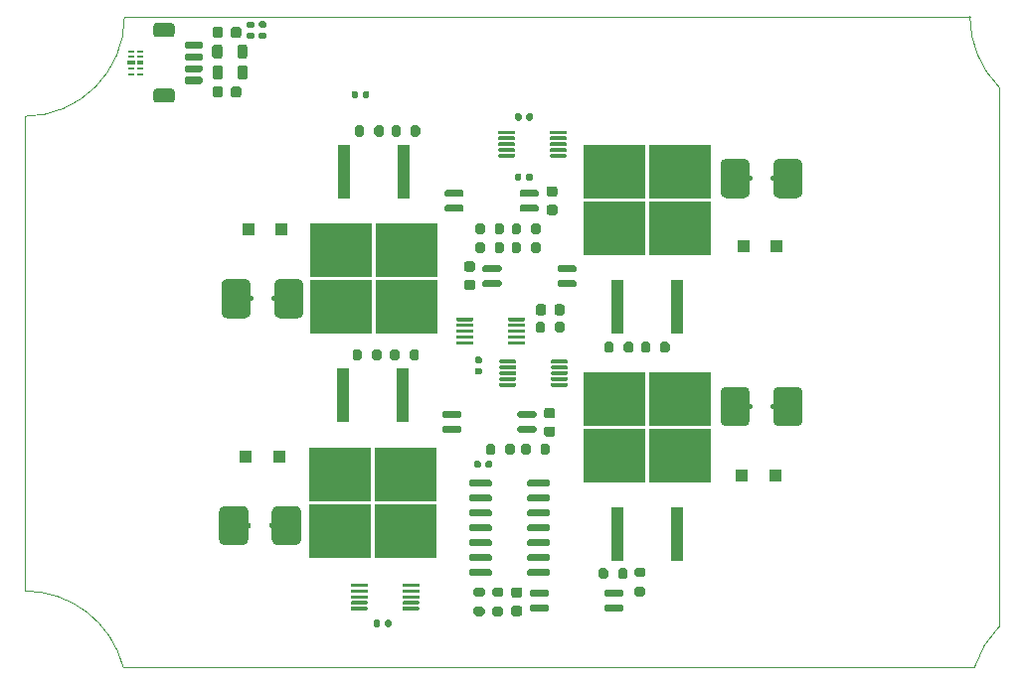
<source format=gbr>
%TF.GenerationSoftware,KiCad,Pcbnew,(5.1.8-0-10_14)*%
%TF.CreationDate,2020-12-03T14:34:03+01:00*%
%TF.ProjectId,SH-ESP32-PowerFET,53482d45-5350-4333-922d-506f77657246,0.1.0*%
%TF.SameCoordinates,Original*%
%TF.FileFunction,Paste,Top*%
%TF.FilePolarity,Positive*%
%FSLAX46Y46*%
G04 Gerber Fmt 4.6, Leading zero omitted, Abs format (unit mm)*
G04 Created by KiCad (PCBNEW (5.1.8-0-10_14)) date 2020-12-03 14:34:03*
%MOMM*%
%LPD*%
G01*
G04 APERTURE LIST*
%TA.AperFunction,Profile*%
%ADD10C,0.050000*%
%TD*%
%ADD11R,0.625000X0.250000*%
%ADD12R,0.700000X0.450000*%
%ADD13R,0.575000X0.450000*%
%ADD14R,5.250000X4.550000*%
%ADD15R,1.100000X4.600000*%
%ADD16R,1.100000X1.100000*%
G04 APERTURE END LIST*
D10*
X89000000Y-105978147D02*
G75*
G02*
X97400000Y-112500000I0J-8670432D01*
G01*
X97400000Y-112500000D02*
X127000000Y-112500000D01*
X89000000Y-103000000D02*
X89000000Y-105978147D01*
X153000000Y-112500000D02*
X169891435Y-112499765D01*
X171989592Y-63010408D02*
X172000000Y-109000000D01*
X153000000Y-112500000D02*
X153000000Y-112500000D01*
X127000000Y-112500000D02*
X153000000Y-112500000D01*
X169891436Y-112499765D02*
G75*
G02*
X172000000Y-109000000I8108564J-2500235D01*
G01*
X171989592Y-63010408D02*
G75*
G02*
X169500000Y-57000000I6010408J6010408D01*
G01*
X97500000Y-57000000D02*
G75*
G02*
X89000000Y-65500000I-8500000J0D01*
G01*
X169500000Y-57000000D02*
X97500000Y-57000000D01*
X89000000Y-65500000D02*
X89000000Y-103000000D01*
%TO.C,R101*%
G36*
G01*
X134175000Y-83775000D02*
X134175000Y-83225000D01*
G75*
G02*
X134375000Y-83025000I200000J0D01*
G01*
X134775000Y-83025000D01*
G75*
G02*
X134975000Y-83225000I0J-200000D01*
G01*
X134975000Y-83775000D01*
G75*
G02*
X134775000Y-83975000I-200000J0D01*
G01*
X134375000Y-83975000D01*
G75*
G02*
X134175000Y-83775000I0J200000D01*
G01*
G37*
G36*
G01*
X132525000Y-83775000D02*
X132525000Y-83225000D01*
G75*
G02*
X132725000Y-83025000I200000J0D01*
G01*
X133125000Y-83025000D01*
G75*
G02*
X133325000Y-83225000I0J-200000D01*
G01*
X133325000Y-83775000D01*
G75*
G02*
X133125000Y-83975000I-200000J0D01*
G01*
X132725000Y-83975000D01*
G75*
G02*
X132525000Y-83775000I0J200000D01*
G01*
G37*
%TD*%
%TO.C,D101*%
G36*
G01*
X134100000Y-82256250D02*
X134100000Y-81743750D01*
G75*
G02*
X134318750Y-81525000I218750J0D01*
G01*
X134756250Y-81525000D01*
G75*
G02*
X134975000Y-81743750I0J-218750D01*
G01*
X134975000Y-82256250D01*
G75*
G02*
X134756250Y-82475000I-218750J0D01*
G01*
X134318750Y-82475000D01*
G75*
G02*
X134100000Y-82256250I0J218750D01*
G01*
G37*
G36*
G01*
X132525000Y-82256250D02*
X132525000Y-81743750D01*
G75*
G02*
X132743750Y-81525000I218750J0D01*
G01*
X133181250Y-81525000D01*
G75*
G02*
X133400000Y-81743750I0J-218750D01*
G01*
X133400000Y-82256250D01*
G75*
G02*
X133181250Y-82475000I-218750J0D01*
G01*
X132743750Y-82475000D01*
G75*
G02*
X132525000Y-82256250I0J218750D01*
G01*
G37*
%TD*%
D11*
%TO.C,U701*%
X98032500Y-60440000D03*
D12*
X98070000Y-60940000D03*
D11*
X98032500Y-59940000D03*
X98032500Y-61440000D03*
X98807500Y-59940000D03*
X98807500Y-60440000D03*
X98032500Y-61940000D03*
D13*
X98832500Y-60940000D03*
D11*
X98807500Y-61940000D03*
X98807500Y-61440000D03*
%TD*%
%TO.C,FB103*%
G36*
G01*
X107095000Y-60361250D02*
X107095000Y-59598750D01*
G75*
G02*
X107313750Y-59380000I218750J0D01*
G01*
X107751250Y-59380000D01*
G75*
G02*
X107970000Y-59598750I0J-218750D01*
G01*
X107970000Y-60361250D01*
G75*
G02*
X107751250Y-60580000I-218750J0D01*
G01*
X107313750Y-60580000D01*
G75*
G02*
X107095000Y-60361250I0J218750D01*
G01*
G37*
G36*
G01*
X104970000Y-60361250D02*
X104970000Y-59598750D01*
G75*
G02*
X105188750Y-59380000I218750J0D01*
G01*
X105626250Y-59380000D01*
G75*
G02*
X105845000Y-59598750I0J-218750D01*
G01*
X105845000Y-60361250D01*
G75*
G02*
X105626250Y-60580000I-218750J0D01*
G01*
X105188750Y-60580000D01*
G75*
G02*
X104970000Y-60361250I0J218750D01*
G01*
G37*
%TD*%
%TO.C,FB102*%
G36*
G01*
X107115000Y-62141250D02*
X107115000Y-61378750D01*
G75*
G02*
X107333750Y-61160000I218750J0D01*
G01*
X107771250Y-61160000D01*
G75*
G02*
X107990000Y-61378750I0J-218750D01*
G01*
X107990000Y-62141250D01*
G75*
G02*
X107771250Y-62360000I-218750J0D01*
G01*
X107333750Y-62360000D01*
G75*
G02*
X107115000Y-62141250I0J218750D01*
G01*
G37*
G36*
G01*
X104990000Y-62141250D02*
X104990000Y-61378750D01*
G75*
G02*
X105208750Y-61160000I218750J0D01*
G01*
X105646250Y-61160000D01*
G75*
G02*
X105865000Y-61378750I0J-218750D01*
G01*
X105865000Y-62141250D01*
G75*
G02*
X105646250Y-62360000I-218750J0D01*
G01*
X105208750Y-62360000D01*
G75*
G02*
X104990000Y-62141250I0J218750D01*
G01*
G37*
%TD*%
%TO.C,C106*%
G36*
G01*
X108410000Y-57960000D02*
X108070000Y-57960000D01*
G75*
G02*
X107930000Y-57820000I0J140000D01*
G01*
X107930000Y-57540000D01*
G75*
G02*
X108070000Y-57400000I140000J0D01*
G01*
X108410000Y-57400000D01*
G75*
G02*
X108550000Y-57540000I0J-140000D01*
G01*
X108550000Y-57820000D01*
G75*
G02*
X108410000Y-57960000I-140000J0D01*
G01*
G37*
G36*
G01*
X108410000Y-58920000D02*
X108070000Y-58920000D01*
G75*
G02*
X107930000Y-58780000I0J140000D01*
G01*
X107930000Y-58500000D01*
G75*
G02*
X108070000Y-58360000I140000J0D01*
G01*
X108410000Y-58360000D01*
G75*
G02*
X108550000Y-58500000I0J-140000D01*
G01*
X108550000Y-58780000D01*
G75*
G02*
X108410000Y-58920000I-140000J0D01*
G01*
G37*
%TD*%
%TO.C,C105*%
G36*
G01*
X109430000Y-57950000D02*
X109090000Y-57950000D01*
G75*
G02*
X108950000Y-57810000I0J140000D01*
G01*
X108950000Y-57530000D01*
G75*
G02*
X109090000Y-57390000I140000J0D01*
G01*
X109430000Y-57390000D01*
G75*
G02*
X109570000Y-57530000I0J-140000D01*
G01*
X109570000Y-57810000D01*
G75*
G02*
X109430000Y-57950000I-140000J0D01*
G01*
G37*
G36*
G01*
X109430000Y-58910000D02*
X109090000Y-58910000D01*
G75*
G02*
X108950000Y-58770000I0J140000D01*
G01*
X108950000Y-58490000D01*
G75*
G02*
X109090000Y-58350000I140000J0D01*
G01*
X109430000Y-58350000D01*
G75*
G02*
X109570000Y-58490000I0J-140000D01*
G01*
X109570000Y-58770000D01*
G75*
G02*
X109430000Y-58910000I-140000J0D01*
G01*
G37*
%TD*%
%TO.C,C103*%
G36*
G01*
X106545000Y-58590000D02*
X106545000Y-58090000D01*
G75*
G02*
X106770000Y-57865000I225000J0D01*
G01*
X107220000Y-57865000D01*
G75*
G02*
X107445000Y-58090000I0J-225000D01*
G01*
X107445000Y-58590000D01*
G75*
G02*
X107220000Y-58815000I-225000J0D01*
G01*
X106770000Y-58815000D01*
G75*
G02*
X106545000Y-58590000I0J225000D01*
G01*
G37*
G36*
G01*
X104995000Y-58590000D02*
X104995000Y-58090000D01*
G75*
G02*
X105220000Y-57865000I225000J0D01*
G01*
X105670000Y-57865000D01*
G75*
G02*
X105895000Y-58090000I0J-225000D01*
G01*
X105895000Y-58590000D01*
G75*
G02*
X105670000Y-58815000I-225000J0D01*
G01*
X105220000Y-58815000D01*
G75*
G02*
X104995000Y-58590000I0J225000D01*
G01*
G37*
%TD*%
%TO.C,C102*%
G36*
G01*
X106545000Y-63670000D02*
X106545000Y-63170000D01*
G75*
G02*
X106770000Y-62945000I225000J0D01*
G01*
X107220000Y-62945000D01*
G75*
G02*
X107445000Y-63170000I0J-225000D01*
G01*
X107445000Y-63670000D01*
G75*
G02*
X107220000Y-63895000I-225000J0D01*
G01*
X106770000Y-63895000D01*
G75*
G02*
X106545000Y-63670000I0J225000D01*
G01*
G37*
G36*
G01*
X104995000Y-63670000D02*
X104995000Y-63170000D01*
G75*
G02*
X105220000Y-62945000I225000J0D01*
G01*
X105670000Y-62945000D01*
G75*
G02*
X105895000Y-63170000I0J-225000D01*
G01*
X105895000Y-63670000D01*
G75*
G02*
X105670000Y-63895000I-225000J0D01*
G01*
X105220000Y-63895000D01*
G75*
G02*
X104995000Y-63670000I0J225000D01*
G01*
G37*
%TD*%
%TO.C,J104*%
G36*
G01*
X101510001Y-58740000D02*
X100209999Y-58740000D01*
G75*
G02*
X99960000Y-58490001I0J249999D01*
G01*
X99960000Y-57789999D01*
G75*
G02*
X100209999Y-57540000I249999J0D01*
G01*
X101510001Y-57540000D01*
G75*
G02*
X101760000Y-57789999I0J-249999D01*
G01*
X101760000Y-58490001D01*
G75*
G02*
X101510001Y-58740000I-249999J0D01*
G01*
G37*
G36*
G01*
X101510001Y-64340000D02*
X100209999Y-64340000D01*
G75*
G02*
X99960000Y-64090001I0J249999D01*
G01*
X99960000Y-63389999D01*
G75*
G02*
X100209999Y-63140000I249999J0D01*
G01*
X101510001Y-63140000D01*
G75*
G02*
X101760000Y-63389999I0J-249999D01*
G01*
X101760000Y-64090001D01*
G75*
G02*
X101510001Y-64340000I-249999J0D01*
G01*
G37*
G36*
G01*
X104010000Y-59740000D02*
X102760000Y-59740000D01*
G75*
G02*
X102610000Y-59590000I0J150000D01*
G01*
X102610000Y-59290000D01*
G75*
G02*
X102760000Y-59140000I150000J0D01*
G01*
X104010000Y-59140000D01*
G75*
G02*
X104160000Y-59290000I0J-150000D01*
G01*
X104160000Y-59590000D01*
G75*
G02*
X104010000Y-59740000I-150000J0D01*
G01*
G37*
G36*
G01*
X104010000Y-60740000D02*
X102760000Y-60740000D01*
G75*
G02*
X102610000Y-60590000I0J150000D01*
G01*
X102610000Y-60290000D01*
G75*
G02*
X102760000Y-60140000I150000J0D01*
G01*
X104010000Y-60140000D01*
G75*
G02*
X104160000Y-60290000I0J-150000D01*
G01*
X104160000Y-60590000D01*
G75*
G02*
X104010000Y-60740000I-150000J0D01*
G01*
G37*
G36*
G01*
X104010000Y-61740000D02*
X102760000Y-61740000D01*
G75*
G02*
X102610000Y-61590000I0J150000D01*
G01*
X102610000Y-61290000D01*
G75*
G02*
X102760000Y-61140000I150000J0D01*
G01*
X104010000Y-61140000D01*
G75*
G02*
X104160000Y-61290000I0J-150000D01*
G01*
X104160000Y-61590000D01*
G75*
G02*
X104010000Y-61740000I-150000J0D01*
G01*
G37*
G36*
G01*
X104010000Y-62740000D02*
X102760000Y-62740000D01*
G75*
G02*
X102610000Y-62590000I0J150000D01*
G01*
X102610000Y-62290000D01*
G75*
G02*
X102760000Y-62140000I150000J0D01*
G01*
X104010000Y-62140000D01*
G75*
G02*
X104160000Y-62290000I0J-150000D01*
G01*
X104160000Y-62590000D01*
G75*
G02*
X104010000Y-62740000I-150000J0D01*
G01*
G37*
%TD*%
%TO.C,U303*%
G36*
G01*
X138375000Y-106315000D02*
X138375000Y-106015000D01*
G75*
G02*
X138525000Y-105865000I150000J0D01*
G01*
X139850000Y-105865000D01*
G75*
G02*
X140000000Y-106015000I0J-150000D01*
G01*
X140000000Y-106315000D01*
G75*
G02*
X139850000Y-106465000I-150000J0D01*
G01*
X138525000Y-106465000D01*
G75*
G02*
X138375000Y-106315000I0J150000D01*
G01*
G37*
G36*
G01*
X138375000Y-107585000D02*
X138375000Y-107285000D01*
G75*
G02*
X138525000Y-107135000I150000J0D01*
G01*
X139850000Y-107135000D01*
G75*
G02*
X140000000Y-107285000I0J-150000D01*
G01*
X140000000Y-107585000D01*
G75*
G02*
X139850000Y-107735000I-150000J0D01*
G01*
X138525000Y-107735000D01*
G75*
G02*
X138375000Y-107585000I0J150000D01*
G01*
G37*
G36*
G01*
X132000000Y-107585000D02*
X132000000Y-107285000D01*
G75*
G02*
X132150000Y-107135000I150000J0D01*
G01*
X133475000Y-107135000D01*
G75*
G02*
X133625000Y-107285000I0J-150000D01*
G01*
X133625000Y-107585000D01*
G75*
G02*
X133475000Y-107735000I-150000J0D01*
G01*
X132150000Y-107735000D01*
G75*
G02*
X132000000Y-107585000I0J150000D01*
G01*
G37*
G36*
G01*
X132000000Y-106315000D02*
X132000000Y-106015000D01*
G75*
G02*
X132150000Y-105865000I150000J0D01*
G01*
X133475000Y-105865000D01*
G75*
G02*
X133625000Y-106015000I0J-150000D01*
G01*
X133625000Y-106315000D01*
G75*
G02*
X133475000Y-106465000I-150000J0D01*
G01*
X132150000Y-106465000D01*
G75*
G02*
X132000000Y-106315000I0J150000D01*
G01*
G37*
%TD*%
%TO.C,R306*%
G36*
G01*
X127975000Y-106475000D02*
X127425000Y-106475000D01*
G75*
G02*
X127225000Y-106275000I0J200000D01*
G01*
X127225000Y-105875000D01*
G75*
G02*
X127425000Y-105675000I200000J0D01*
G01*
X127975000Y-105675000D01*
G75*
G02*
X128175000Y-105875000I0J-200000D01*
G01*
X128175000Y-106275000D01*
G75*
G02*
X127975000Y-106475000I-200000J0D01*
G01*
G37*
G36*
G01*
X127975000Y-108125000D02*
X127425000Y-108125000D01*
G75*
G02*
X127225000Y-107925000I0J200000D01*
G01*
X127225000Y-107525000D01*
G75*
G02*
X127425000Y-107325000I200000J0D01*
G01*
X127975000Y-107325000D01*
G75*
G02*
X128175000Y-107525000I0J-200000D01*
G01*
X128175000Y-107925000D01*
G75*
G02*
X127975000Y-108125000I-200000J0D01*
G01*
G37*
%TD*%
%TO.C,R303*%
G36*
G01*
X129025000Y-107325000D02*
X129575000Y-107325000D01*
G75*
G02*
X129775000Y-107525000I0J-200000D01*
G01*
X129775000Y-107925000D01*
G75*
G02*
X129575000Y-108125000I-200000J0D01*
G01*
X129025000Y-108125000D01*
G75*
G02*
X128825000Y-107925000I0J200000D01*
G01*
X128825000Y-107525000D01*
G75*
G02*
X129025000Y-107325000I200000J0D01*
G01*
G37*
G36*
G01*
X129025000Y-105675000D02*
X129575000Y-105675000D01*
G75*
G02*
X129775000Y-105875000I0J-200000D01*
G01*
X129775000Y-106275000D01*
G75*
G02*
X129575000Y-106475000I-200000J0D01*
G01*
X129025000Y-106475000D01*
G75*
G02*
X128825000Y-106275000I0J200000D01*
G01*
X128825000Y-105875000D01*
G75*
G02*
X129025000Y-105675000I200000J0D01*
G01*
G37*
%TD*%
%TO.C,D303*%
G36*
G01*
X130643750Y-107250000D02*
X131156250Y-107250000D01*
G75*
G02*
X131375000Y-107468750I0J-218750D01*
G01*
X131375000Y-107906250D01*
G75*
G02*
X131156250Y-108125000I-218750J0D01*
G01*
X130643750Y-108125000D01*
G75*
G02*
X130425000Y-107906250I0J218750D01*
G01*
X130425000Y-107468750D01*
G75*
G02*
X130643750Y-107250000I218750J0D01*
G01*
G37*
G36*
G01*
X130643750Y-105675000D02*
X131156250Y-105675000D01*
G75*
G02*
X131375000Y-105893750I0J-218750D01*
G01*
X131375000Y-106331250D01*
G75*
G02*
X131156250Y-106550000I-218750J0D01*
G01*
X130643750Y-106550000D01*
G75*
G02*
X130425000Y-106331250I0J218750D01*
G01*
X130425000Y-105893750D01*
G75*
G02*
X130643750Y-105675000I218750J0D01*
G01*
G37*
%TD*%
%TO.C,U101*%
G36*
G01*
X131800000Y-96940000D02*
X131800000Y-96640000D01*
G75*
G02*
X131950000Y-96490000I150000J0D01*
G01*
X133600000Y-96490000D01*
G75*
G02*
X133750000Y-96640000I0J-150000D01*
G01*
X133750000Y-96940000D01*
G75*
G02*
X133600000Y-97090000I-150000J0D01*
G01*
X131950000Y-97090000D01*
G75*
G02*
X131800000Y-96940000I0J150000D01*
G01*
G37*
G36*
G01*
X131800000Y-98210000D02*
X131800000Y-97910000D01*
G75*
G02*
X131950000Y-97760000I150000J0D01*
G01*
X133600000Y-97760000D01*
G75*
G02*
X133750000Y-97910000I0J-150000D01*
G01*
X133750000Y-98210000D01*
G75*
G02*
X133600000Y-98360000I-150000J0D01*
G01*
X131950000Y-98360000D01*
G75*
G02*
X131800000Y-98210000I0J150000D01*
G01*
G37*
G36*
G01*
X131800000Y-99480000D02*
X131800000Y-99180000D01*
G75*
G02*
X131950000Y-99030000I150000J0D01*
G01*
X133600000Y-99030000D01*
G75*
G02*
X133750000Y-99180000I0J-150000D01*
G01*
X133750000Y-99480000D01*
G75*
G02*
X133600000Y-99630000I-150000J0D01*
G01*
X131950000Y-99630000D01*
G75*
G02*
X131800000Y-99480000I0J150000D01*
G01*
G37*
G36*
G01*
X131800000Y-100750000D02*
X131800000Y-100450000D01*
G75*
G02*
X131950000Y-100300000I150000J0D01*
G01*
X133600000Y-100300000D01*
G75*
G02*
X133750000Y-100450000I0J-150000D01*
G01*
X133750000Y-100750000D01*
G75*
G02*
X133600000Y-100900000I-150000J0D01*
G01*
X131950000Y-100900000D01*
G75*
G02*
X131800000Y-100750000I0J150000D01*
G01*
G37*
G36*
G01*
X131800000Y-102020000D02*
X131800000Y-101720000D01*
G75*
G02*
X131950000Y-101570000I150000J0D01*
G01*
X133600000Y-101570000D01*
G75*
G02*
X133750000Y-101720000I0J-150000D01*
G01*
X133750000Y-102020000D01*
G75*
G02*
X133600000Y-102170000I-150000J0D01*
G01*
X131950000Y-102170000D01*
G75*
G02*
X131800000Y-102020000I0J150000D01*
G01*
G37*
G36*
G01*
X131800000Y-103290000D02*
X131800000Y-102990000D01*
G75*
G02*
X131950000Y-102840000I150000J0D01*
G01*
X133600000Y-102840000D01*
G75*
G02*
X133750000Y-102990000I0J-150000D01*
G01*
X133750000Y-103290000D01*
G75*
G02*
X133600000Y-103440000I-150000J0D01*
G01*
X131950000Y-103440000D01*
G75*
G02*
X131800000Y-103290000I0J150000D01*
G01*
G37*
G36*
G01*
X131800000Y-104560000D02*
X131800000Y-104260000D01*
G75*
G02*
X131950000Y-104110000I150000J0D01*
G01*
X133600000Y-104110000D01*
G75*
G02*
X133750000Y-104260000I0J-150000D01*
G01*
X133750000Y-104560000D01*
G75*
G02*
X133600000Y-104710000I-150000J0D01*
G01*
X131950000Y-104710000D01*
G75*
G02*
X131800000Y-104560000I0J150000D01*
G01*
G37*
G36*
G01*
X126850000Y-104560000D02*
X126850000Y-104260000D01*
G75*
G02*
X127000000Y-104110000I150000J0D01*
G01*
X128650000Y-104110000D01*
G75*
G02*
X128800000Y-104260000I0J-150000D01*
G01*
X128800000Y-104560000D01*
G75*
G02*
X128650000Y-104710000I-150000J0D01*
G01*
X127000000Y-104710000D01*
G75*
G02*
X126850000Y-104560000I0J150000D01*
G01*
G37*
G36*
G01*
X126850000Y-103290000D02*
X126850000Y-102990000D01*
G75*
G02*
X127000000Y-102840000I150000J0D01*
G01*
X128650000Y-102840000D01*
G75*
G02*
X128800000Y-102990000I0J-150000D01*
G01*
X128800000Y-103290000D01*
G75*
G02*
X128650000Y-103440000I-150000J0D01*
G01*
X127000000Y-103440000D01*
G75*
G02*
X126850000Y-103290000I0J150000D01*
G01*
G37*
G36*
G01*
X126850000Y-102020000D02*
X126850000Y-101720000D01*
G75*
G02*
X127000000Y-101570000I150000J0D01*
G01*
X128650000Y-101570000D01*
G75*
G02*
X128800000Y-101720000I0J-150000D01*
G01*
X128800000Y-102020000D01*
G75*
G02*
X128650000Y-102170000I-150000J0D01*
G01*
X127000000Y-102170000D01*
G75*
G02*
X126850000Y-102020000I0J150000D01*
G01*
G37*
G36*
G01*
X126850000Y-100750000D02*
X126850000Y-100450000D01*
G75*
G02*
X127000000Y-100300000I150000J0D01*
G01*
X128650000Y-100300000D01*
G75*
G02*
X128800000Y-100450000I0J-150000D01*
G01*
X128800000Y-100750000D01*
G75*
G02*
X128650000Y-100900000I-150000J0D01*
G01*
X127000000Y-100900000D01*
G75*
G02*
X126850000Y-100750000I0J150000D01*
G01*
G37*
G36*
G01*
X126850000Y-99480000D02*
X126850000Y-99180000D01*
G75*
G02*
X127000000Y-99030000I150000J0D01*
G01*
X128650000Y-99030000D01*
G75*
G02*
X128800000Y-99180000I0J-150000D01*
G01*
X128800000Y-99480000D01*
G75*
G02*
X128650000Y-99630000I-150000J0D01*
G01*
X127000000Y-99630000D01*
G75*
G02*
X126850000Y-99480000I0J150000D01*
G01*
G37*
G36*
G01*
X126850000Y-98210000D02*
X126850000Y-97910000D01*
G75*
G02*
X127000000Y-97760000I150000J0D01*
G01*
X128650000Y-97760000D01*
G75*
G02*
X128800000Y-97910000I0J-150000D01*
G01*
X128800000Y-98210000D01*
G75*
G02*
X128650000Y-98360000I-150000J0D01*
G01*
X127000000Y-98360000D01*
G75*
G02*
X126850000Y-98210000I0J150000D01*
G01*
G37*
G36*
G01*
X126850000Y-96940000D02*
X126850000Y-96640000D01*
G75*
G02*
X127000000Y-96490000I150000J0D01*
G01*
X128650000Y-96490000D01*
G75*
G02*
X128800000Y-96640000I0J-150000D01*
G01*
X128800000Y-96940000D01*
G75*
G02*
X128650000Y-97090000I-150000J0D01*
G01*
X127000000Y-97090000D01*
G75*
G02*
X126850000Y-96940000I0J150000D01*
G01*
G37*
%TD*%
%TO.C,U308*%
G36*
G01*
X118215000Y-107415000D02*
X118215000Y-107565000D01*
G75*
G02*
X118140000Y-107640000I-75000J0D01*
G01*
X116840000Y-107640000D01*
G75*
G02*
X116765000Y-107565000I0J75000D01*
G01*
X116765000Y-107415000D01*
G75*
G02*
X116840000Y-107340000I75000J0D01*
G01*
X118140000Y-107340000D01*
G75*
G02*
X118215000Y-107415000I0J-75000D01*
G01*
G37*
G36*
G01*
X118215000Y-106915000D02*
X118215000Y-107065000D01*
G75*
G02*
X118140000Y-107140000I-75000J0D01*
G01*
X116840000Y-107140000D01*
G75*
G02*
X116765000Y-107065000I0J75000D01*
G01*
X116765000Y-106915000D01*
G75*
G02*
X116840000Y-106840000I75000J0D01*
G01*
X118140000Y-106840000D01*
G75*
G02*
X118215000Y-106915000I0J-75000D01*
G01*
G37*
G36*
G01*
X118215000Y-106415000D02*
X118215000Y-106565000D01*
G75*
G02*
X118140000Y-106640000I-75000J0D01*
G01*
X116840000Y-106640000D01*
G75*
G02*
X116765000Y-106565000I0J75000D01*
G01*
X116765000Y-106415000D01*
G75*
G02*
X116840000Y-106340000I75000J0D01*
G01*
X118140000Y-106340000D01*
G75*
G02*
X118215000Y-106415000I0J-75000D01*
G01*
G37*
G36*
G01*
X118215000Y-105915000D02*
X118215000Y-106065000D01*
G75*
G02*
X118140000Y-106140000I-75000J0D01*
G01*
X116840000Y-106140000D01*
G75*
G02*
X116765000Y-106065000I0J75000D01*
G01*
X116765000Y-105915000D01*
G75*
G02*
X116840000Y-105840000I75000J0D01*
G01*
X118140000Y-105840000D01*
G75*
G02*
X118215000Y-105915000I0J-75000D01*
G01*
G37*
G36*
G01*
X118215000Y-105415000D02*
X118215000Y-105565000D01*
G75*
G02*
X118140000Y-105640000I-75000J0D01*
G01*
X116840000Y-105640000D01*
G75*
G02*
X116765000Y-105565000I0J75000D01*
G01*
X116765000Y-105415000D01*
G75*
G02*
X116840000Y-105340000I75000J0D01*
G01*
X118140000Y-105340000D01*
G75*
G02*
X118215000Y-105415000I0J-75000D01*
G01*
G37*
G36*
G01*
X122615000Y-105415000D02*
X122615000Y-105565000D01*
G75*
G02*
X122540000Y-105640000I-75000J0D01*
G01*
X121240000Y-105640000D01*
G75*
G02*
X121165000Y-105565000I0J75000D01*
G01*
X121165000Y-105415000D01*
G75*
G02*
X121240000Y-105340000I75000J0D01*
G01*
X122540000Y-105340000D01*
G75*
G02*
X122615000Y-105415000I0J-75000D01*
G01*
G37*
G36*
G01*
X122615000Y-105915000D02*
X122615000Y-106065000D01*
G75*
G02*
X122540000Y-106140000I-75000J0D01*
G01*
X121240000Y-106140000D01*
G75*
G02*
X121165000Y-106065000I0J75000D01*
G01*
X121165000Y-105915000D01*
G75*
G02*
X121240000Y-105840000I75000J0D01*
G01*
X122540000Y-105840000D01*
G75*
G02*
X122615000Y-105915000I0J-75000D01*
G01*
G37*
G36*
G01*
X122615000Y-106415000D02*
X122615000Y-106565000D01*
G75*
G02*
X122540000Y-106640000I-75000J0D01*
G01*
X121240000Y-106640000D01*
G75*
G02*
X121165000Y-106565000I0J75000D01*
G01*
X121165000Y-106415000D01*
G75*
G02*
X121240000Y-106340000I75000J0D01*
G01*
X122540000Y-106340000D01*
G75*
G02*
X122615000Y-106415000I0J-75000D01*
G01*
G37*
G36*
G01*
X122615000Y-106915000D02*
X122615000Y-107065000D01*
G75*
G02*
X122540000Y-107140000I-75000J0D01*
G01*
X121240000Y-107140000D01*
G75*
G02*
X121165000Y-107065000I0J75000D01*
G01*
X121165000Y-106915000D01*
G75*
G02*
X121240000Y-106840000I75000J0D01*
G01*
X122540000Y-106840000D01*
G75*
G02*
X122615000Y-106915000I0J-75000D01*
G01*
G37*
G36*
G01*
X122615000Y-107415000D02*
X122615000Y-107565000D01*
G75*
G02*
X122540000Y-107640000I-75000J0D01*
G01*
X121240000Y-107640000D01*
G75*
G02*
X121165000Y-107565000I0J75000D01*
G01*
X121165000Y-107415000D01*
G75*
G02*
X121240000Y-107340000I75000J0D01*
G01*
X122540000Y-107340000D01*
G75*
G02*
X122615000Y-107415000I0J-75000D01*
G01*
G37*
%TD*%
%TO.C,U305*%
G36*
G01*
X133715000Y-66945000D02*
X133715000Y-66795000D01*
G75*
G02*
X133790000Y-66720000I75000J0D01*
G01*
X135090000Y-66720000D01*
G75*
G02*
X135165000Y-66795000I0J-75000D01*
G01*
X135165000Y-66945000D01*
G75*
G02*
X135090000Y-67020000I-75000J0D01*
G01*
X133790000Y-67020000D01*
G75*
G02*
X133715000Y-66945000I0J75000D01*
G01*
G37*
G36*
G01*
X133715000Y-67445000D02*
X133715000Y-67295000D01*
G75*
G02*
X133790000Y-67220000I75000J0D01*
G01*
X135090000Y-67220000D01*
G75*
G02*
X135165000Y-67295000I0J-75000D01*
G01*
X135165000Y-67445000D01*
G75*
G02*
X135090000Y-67520000I-75000J0D01*
G01*
X133790000Y-67520000D01*
G75*
G02*
X133715000Y-67445000I0J75000D01*
G01*
G37*
G36*
G01*
X133715000Y-67945000D02*
X133715000Y-67795000D01*
G75*
G02*
X133790000Y-67720000I75000J0D01*
G01*
X135090000Y-67720000D01*
G75*
G02*
X135165000Y-67795000I0J-75000D01*
G01*
X135165000Y-67945000D01*
G75*
G02*
X135090000Y-68020000I-75000J0D01*
G01*
X133790000Y-68020000D01*
G75*
G02*
X133715000Y-67945000I0J75000D01*
G01*
G37*
G36*
G01*
X133715000Y-68445000D02*
X133715000Y-68295000D01*
G75*
G02*
X133790000Y-68220000I75000J0D01*
G01*
X135090000Y-68220000D01*
G75*
G02*
X135165000Y-68295000I0J-75000D01*
G01*
X135165000Y-68445000D01*
G75*
G02*
X135090000Y-68520000I-75000J0D01*
G01*
X133790000Y-68520000D01*
G75*
G02*
X133715000Y-68445000I0J75000D01*
G01*
G37*
G36*
G01*
X133715000Y-68945000D02*
X133715000Y-68795000D01*
G75*
G02*
X133790000Y-68720000I75000J0D01*
G01*
X135090000Y-68720000D01*
G75*
G02*
X135165000Y-68795000I0J-75000D01*
G01*
X135165000Y-68945000D01*
G75*
G02*
X135090000Y-69020000I-75000J0D01*
G01*
X133790000Y-69020000D01*
G75*
G02*
X133715000Y-68945000I0J75000D01*
G01*
G37*
G36*
G01*
X129315000Y-68945000D02*
X129315000Y-68795000D01*
G75*
G02*
X129390000Y-68720000I75000J0D01*
G01*
X130690000Y-68720000D01*
G75*
G02*
X130765000Y-68795000I0J-75000D01*
G01*
X130765000Y-68945000D01*
G75*
G02*
X130690000Y-69020000I-75000J0D01*
G01*
X129390000Y-69020000D01*
G75*
G02*
X129315000Y-68945000I0J75000D01*
G01*
G37*
G36*
G01*
X129315000Y-68445000D02*
X129315000Y-68295000D01*
G75*
G02*
X129390000Y-68220000I75000J0D01*
G01*
X130690000Y-68220000D01*
G75*
G02*
X130765000Y-68295000I0J-75000D01*
G01*
X130765000Y-68445000D01*
G75*
G02*
X130690000Y-68520000I-75000J0D01*
G01*
X129390000Y-68520000D01*
G75*
G02*
X129315000Y-68445000I0J75000D01*
G01*
G37*
G36*
G01*
X129315000Y-67945000D02*
X129315000Y-67795000D01*
G75*
G02*
X129390000Y-67720000I75000J0D01*
G01*
X130690000Y-67720000D01*
G75*
G02*
X130765000Y-67795000I0J-75000D01*
G01*
X130765000Y-67945000D01*
G75*
G02*
X130690000Y-68020000I-75000J0D01*
G01*
X129390000Y-68020000D01*
G75*
G02*
X129315000Y-67945000I0J75000D01*
G01*
G37*
G36*
G01*
X129315000Y-67445000D02*
X129315000Y-67295000D01*
G75*
G02*
X129390000Y-67220000I75000J0D01*
G01*
X130690000Y-67220000D01*
G75*
G02*
X130765000Y-67295000I0J-75000D01*
G01*
X130765000Y-67445000D01*
G75*
G02*
X130690000Y-67520000I-75000J0D01*
G01*
X129390000Y-67520000D01*
G75*
G02*
X129315000Y-67445000I0J75000D01*
G01*
G37*
G36*
G01*
X129315000Y-66945000D02*
X129315000Y-66795000D01*
G75*
G02*
X129390000Y-66720000I75000J0D01*
G01*
X130690000Y-66720000D01*
G75*
G02*
X130765000Y-66795000I0J-75000D01*
G01*
X130765000Y-66945000D01*
G75*
G02*
X130690000Y-67020000I-75000J0D01*
G01*
X129390000Y-67020000D01*
G75*
G02*
X129315000Y-66945000I0J75000D01*
G01*
G37*
%TD*%
%TO.C,U307*%
G36*
G01*
X126215000Y-92045000D02*
X126215000Y-92345000D01*
G75*
G02*
X126065000Y-92495000I-150000J0D01*
G01*
X124740000Y-92495000D01*
G75*
G02*
X124590000Y-92345000I0J150000D01*
G01*
X124590000Y-92045000D01*
G75*
G02*
X124740000Y-91895000I150000J0D01*
G01*
X126065000Y-91895000D01*
G75*
G02*
X126215000Y-92045000I0J-150000D01*
G01*
G37*
G36*
G01*
X126215000Y-90775000D02*
X126215000Y-91075000D01*
G75*
G02*
X126065000Y-91225000I-150000J0D01*
G01*
X124740000Y-91225000D01*
G75*
G02*
X124590000Y-91075000I0J150000D01*
G01*
X124590000Y-90775000D01*
G75*
G02*
X124740000Y-90625000I150000J0D01*
G01*
X126065000Y-90625000D01*
G75*
G02*
X126215000Y-90775000I0J-150000D01*
G01*
G37*
G36*
G01*
X132590000Y-90775000D02*
X132590000Y-91075000D01*
G75*
G02*
X132440000Y-91225000I-150000J0D01*
G01*
X131115000Y-91225000D01*
G75*
G02*
X130965000Y-91075000I0J150000D01*
G01*
X130965000Y-90775000D01*
G75*
G02*
X131115000Y-90625000I150000J0D01*
G01*
X132440000Y-90625000D01*
G75*
G02*
X132590000Y-90775000I0J-150000D01*
G01*
G37*
G36*
G01*
X132590000Y-92045000D02*
X132590000Y-92345000D01*
G75*
G02*
X132440000Y-92495000I-150000J0D01*
G01*
X131115000Y-92495000D01*
G75*
G02*
X130965000Y-92345000I0J150000D01*
G01*
X130965000Y-92045000D01*
G75*
G02*
X131115000Y-91895000I150000J0D01*
G01*
X132440000Y-91895000D01*
G75*
G02*
X132590000Y-92045000I0J-150000D01*
G01*
G37*
%TD*%
%TO.C,R320*%
G36*
G01*
X108250000Y-100274000D02*
X108250000Y-100526000D01*
G75*
G02*
X108176000Y-100600000I-74000J0D01*
G01*
X107924000Y-100600000D01*
G75*
G02*
X107850000Y-100526000I0J74000D01*
G01*
X107850000Y-100274000D01*
G75*
G02*
X107924000Y-100200000I74000J0D01*
G01*
X108176000Y-100200000D01*
G75*
G02*
X108250000Y-100274000I0J-74000D01*
G01*
G37*
G36*
G01*
X110250000Y-100274000D02*
X110250000Y-100526000D01*
G75*
G02*
X110176000Y-100600000I-74000J0D01*
G01*
X109924000Y-100600000D01*
G75*
G02*
X109850000Y-100526000I0J74000D01*
G01*
X109850000Y-100274000D01*
G75*
G02*
X109924000Y-100200000I74000J0D01*
G01*
X110176000Y-100200000D01*
G75*
G02*
X110250000Y-100274000I0J-74000D01*
G01*
G37*
G36*
G01*
X108050000Y-99187500D02*
X108050000Y-101612500D01*
G75*
G02*
X107587500Y-102075000I-462500J0D01*
G01*
X106012500Y-102075000D01*
G75*
G02*
X105550000Y-101612500I0J462500D01*
G01*
X105550000Y-99187500D01*
G75*
G02*
X106012500Y-98725000I462500J0D01*
G01*
X107587500Y-98725000D01*
G75*
G02*
X108050000Y-99187500I0J-462500D01*
G01*
G37*
G36*
G01*
X112550000Y-99187500D02*
X112550000Y-101612500D01*
G75*
G02*
X112087500Y-102075000I-462500J0D01*
G01*
X110512500Y-102075000D01*
G75*
G02*
X110050000Y-101612500I0J462500D01*
G01*
X110050000Y-99187500D01*
G75*
G02*
X110512500Y-98725000I462500J0D01*
G01*
X112087500Y-98725000D01*
G75*
G02*
X112550000Y-99187500I0J-462500D01*
G01*
G37*
%TD*%
%TO.C,R319*%
G36*
G01*
X120925000Y-85575000D02*
X120925000Y-86125000D01*
G75*
G02*
X120725000Y-86325000I-200000J0D01*
G01*
X120325000Y-86325000D01*
G75*
G02*
X120125000Y-86125000I0J200000D01*
G01*
X120125000Y-85575000D01*
G75*
G02*
X120325000Y-85375000I200000J0D01*
G01*
X120725000Y-85375000D01*
G75*
G02*
X120925000Y-85575000I0J-200000D01*
G01*
G37*
G36*
G01*
X122575000Y-85575000D02*
X122575000Y-86125000D01*
G75*
G02*
X122375000Y-86325000I-200000J0D01*
G01*
X121975000Y-86325000D01*
G75*
G02*
X121775000Y-86125000I0J200000D01*
G01*
X121775000Y-85575000D01*
G75*
G02*
X121975000Y-85375000I200000J0D01*
G01*
X122375000Y-85375000D01*
G75*
G02*
X122575000Y-85575000I0J-200000D01*
G01*
G37*
%TD*%
%TO.C,R318*%
G36*
G01*
X118575000Y-86125000D02*
X118575000Y-85575000D01*
G75*
G02*
X118775000Y-85375000I200000J0D01*
G01*
X119175000Y-85375000D01*
G75*
G02*
X119375000Y-85575000I0J-200000D01*
G01*
X119375000Y-86125000D01*
G75*
G02*
X119175000Y-86325000I-200000J0D01*
G01*
X118775000Y-86325000D01*
G75*
G02*
X118575000Y-86125000I0J200000D01*
G01*
G37*
G36*
G01*
X116925000Y-86125000D02*
X116925000Y-85575000D01*
G75*
G02*
X117125000Y-85375000I200000J0D01*
G01*
X117525000Y-85375000D01*
G75*
G02*
X117725000Y-85575000I0J-200000D01*
G01*
X117725000Y-86125000D01*
G75*
G02*
X117525000Y-86325000I-200000J0D01*
G01*
X117125000Y-86325000D01*
G75*
G02*
X116925000Y-86125000I0J200000D01*
G01*
G37*
%TD*%
%TO.C,R317*%
G36*
G01*
X129925000Y-94175000D02*
X129925000Y-93625000D01*
G75*
G02*
X130125000Y-93425000I200000J0D01*
G01*
X130525000Y-93425000D01*
G75*
G02*
X130725000Y-93625000I0J-200000D01*
G01*
X130725000Y-94175000D01*
G75*
G02*
X130525000Y-94375000I-200000J0D01*
G01*
X130125000Y-94375000D01*
G75*
G02*
X129925000Y-94175000I0J200000D01*
G01*
G37*
G36*
G01*
X128275000Y-94175000D02*
X128275000Y-93625000D01*
G75*
G02*
X128475000Y-93425000I200000J0D01*
G01*
X128875000Y-93425000D01*
G75*
G02*
X129075000Y-93625000I0J-200000D01*
G01*
X129075000Y-94175000D01*
G75*
G02*
X128875000Y-94375000I-200000J0D01*
G01*
X128475000Y-94375000D01*
G75*
G02*
X128275000Y-94175000I0J200000D01*
G01*
G37*
%TD*%
%TO.C,R316*%
G36*
G01*
X132925000Y-94175000D02*
X132925000Y-93625000D01*
G75*
G02*
X133125000Y-93425000I200000J0D01*
G01*
X133525000Y-93425000D01*
G75*
G02*
X133725000Y-93625000I0J-200000D01*
G01*
X133725000Y-94175000D01*
G75*
G02*
X133525000Y-94375000I-200000J0D01*
G01*
X133125000Y-94375000D01*
G75*
G02*
X132925000Y-94175000I0J200000D01*
G01*
G37*
G36*
G01*
X131275000Y-94175000D02*
X131275000Y-93625000D01*
G75*
G02*
X131475000Y-93425000I200000J0D01*
G01*
X131875000Y-93425000D01*
G75*
G02*
X132075000Y-93625000I0J-200000D01*
G01*
X132075000Y-94175000D01*
G75*
G02*
X131875000Y-94375000I-200000J0D01*
G01*
X131475000Y-94375000D01*
G75*
G02*
X131275000Y-94175000I0J200000D01*
G01*
G37*
%TD*%
D14*
%TO.C,Q304*%
X115875000Y-96025000D03*
X121425000Y-100875000D03*
X121425000Y-96025000D03*
X115875000Y-100875000D03*
D15*
X116110000Y-89300000D03*
X121190000Y-89300000D03*
%TD*%
D16*
%TO.C,D308*%
X107850000Y-94500000D03*
X110650000Y-94500000D03*
%TD*%
%TO.C,D307*%
G36*
G01*
X133443750Y-91950000D02*
X133956250Y-91950000D01*
G75*
G02*
X134175000Y-92168750I0J-218750D01*
G01*
X134175000Y-92606250D01*
G75*
G02*
X133956250Y-92825000I-218750J0D01*
G01*
X133443750Y-92825000D01*
G75*
G02*
X133225000Y-92606250I0J218750D01*
G01*
X133225000Y-92168750D01*
G75*
G02*
X133443750Y-91950000I218750J0D01*
G01*
G37*
G36*
G01*
X133443750Y-90375000D02*
X133956250Y-90375000D01*
G75*
G02*
X134175000Y-90593750I0J-218750D01*
G01*
X134175000Y-91031250D01*
G75*
G02*
X133956250Y-91250000I-218750J0D01*
G01*
X133443750Y-91250000D01*
G75*
G02*
X133225000Y-91031250I0J218750D01*
G01*
X133225000Y-90593750D01*
G75*
G02*
X133443750Y-90375000I218750J0D01*
G01*
G37*
%TD*%
%TO.C,U304*%
G36*
G01*
X127195000Y-84745000D02*
X127195000Y-84895000D01*
G75*
G02*
X127120000Y-84970000I-75000J0D01*
G01*
X125820000Y-84970000D01*
G75*
G02*
X125745000Y-84895000I0J75000D01*
G01*
X125745000Y-84745000D01*
G75*
G02*
X125820000Y-84670000I75000J0D01*
G01*
X127120000Y-84670000D01*
G75*
G02*
X127195000Y-84745000I0J-75000D01*
G01*
G37*
G36*
G01*
X127195000Y-84245000D02*
X127195000Y-84395000D01*
G75*
G02*
X127120000Y-84470000I-75000J0D01*
G01*
X125820000Y-84470000D01*
G75*
G02*
X125745000Y-84395000I0J75000D01*
G01*
X125745000Y-84245000D01*
G75*
G02*
X125820000Y-84170000I75000J0D01*
G01*
X127120000Y-84170000D01*
G75*
G02*
X127195000Y-84245000I0J-75000D01*
G01*
G37*
G36*
G01*
X127195000Y-83745000D02*
X127195000Y-83895000D01*
G75*
G02*
X127120000Y-83970000I-75000J0D01*
G01*
X125820000Y-83970000D01*
G75*
G02*
X125745000Y-83895000I0J75000D01*
G01*
X125745000Y-83745000D01*
G75*
G02*
X125820000Y-83670000I75000J0D01*
G01*
X127120000Y-83670000D01*
G75*
G02*
X127195000Y-83745000I0J-75000D01*
G01*
G37*
G36*
G01*
X127195000Y-83245000D02*
X127195000Y-83395000D01*
G75*
G02*
X127120000Y-83470000I-75000J0D01*
G01*
X125820000Y-83470000D01*
G75*
G02*
X125745000Y-83395000I0J75000D01*
G01*
X125745000Y-83245000D01*
G75*
G02*
X125820000Y-83170000I75000J0D01*
G01*
X127120000Y-83170000D01*
G75*
G02*
X127195000Y-83245000I0J-75000D01*
G01*
G37*
G36*
G01*
X127195000Y-82745000D02*
X127195000Y-82895000D01*
G75*
G02*
X127120000Y-82970000I-75000J0D01*
G01*
X125820000Y-82970000D01*
G75*
G02*
X125745000Y-82895000I0J75000D01*
G01*
X125745000Y-82745000D01*
G75*
G02*
X125820000Y-82670000I75000J0D01*
G01*
X127120000Y-82670000D01*
G75*
G02*
X127195000Y-82745000I0J-75000D01*
G01*
G37*
G36*
G01*
X131595000Y-82745000D02*
X131595000Y-82895000D01*
G75*
G02*
X131520000Y-82970000I-75000J0D01*
G01*
X130220000Y-82970000D01*
G75*
G02*
X130145000Y-82895000I0J75000D01*
G01*
X130145000Y-82745000D01*
G75*
G02*
X130220000Y-82670000I75000J0D01*
G01*
X131520000Y-82670000D01*
G75*
G02*
X131595000Y-82745000I0J-75000D01*
G01*
G37*
G36*
G01*
X131595000Y-83245000D02*
X131595000Y-83395000D01*
G75*
G02*
X131520000Y-83470000I-75000J0D01*
G01*
X130220000Y-83470000D01*
G75*
G02*
X130145000Y-83395000I0J75000D01*
G01*
X130145000Y-83245000D01*
G75*
G02*
X130220000Y-83170000I75000J0D01*
G01*
X131520000Y-83170000D01*
G75*
G02*
X131595000Y-83245000I0J-75000D01*
G01*
G37*
G36*
G01*
X131595000Y-83745000D02*
X131595000Y-83895000D01*
G75*
G02*
X131520000Y-83970000I-75000J0D01*
G01*
X130220000Y-83970000D01*
G75*
G02*
X130145000Y-83895000I0J75000D01*
G01*
X130145000Y-83745000D01*
G75*
G02*
X130220000Y-83670000I75000J0D01*
G01*
X131520000Y-83670000D01*
G75*
G02*
X131595000Y-83745000I0J-75000D01*
G01*
G37*
G36*
G01*
X131595000Y-84245000D02*
X131595000Y-84395000D01*
G75*
G02*
X131520000Y-84470000I-75000J0D01*
G01*
X130220000Y-84470000D01*
G75*
G02*
X130145000Y-84395000I0J75000D01*
G01*
X130145000Y-84245000D01*
G75*
G02*
X130220000Y-84170000I75000J0D01*
G01*
X131520000Y-84170000D01*
G75*
G02*
X131595000Y-84245000I0J-75000D01*
G01*
G37*
G36*
G01*
X131595000Y-84745000D02*
X131595000Y-84895000D01*
G75*
G02*
X131520000Y-84970000I-75000J0D01*
G01*
X130220000Y-84970000D01*
G75*
G02*
X130145000Y-84895000I0J75000D01*
G01*
X130145000Y-84745000D01*
G75*
G02*
X130220000Y-84670000I75000J0D01*
G01*
X131520000Y-84670000D01*
G75*
G02*
X131595000Y-84745000I0J-75000D01*
G01*
G37*
%TD*%
%TO.C,U301*%
G36*
G01*
X126395000Y-73205000D02*
X126395000Y-73505000D01*
G75*
G02*
X126245000Y-73655000I-150000J0D01*
G01*
X124920000Y-73655000D01*
G75*
G02*
X124770000Y-73505000I0J150000D01*
G01*
X124770000Y-73205000D01*
G75*
G02*
X124920000Y-73055000I150000J0D01*
G01*
X126245000Y-73055000D01*
G75*
G02*
X126395000Y-73205000I0J-150000D01*
G01*
G37*
G36*
G01*
X126395000Y-71935000D02*
X126395000Y-72235000D01*
G75*
G02*
X126245000Y-72385000I-150000J0D01*
G01*
X124920000Y-72385000D01*
G75*
G02*
X124770000Y-72235000I0J150000D01*
G01*
X124770000Y-71935000D01*
G75*
G02*
X124920000Y-71785000I150000J0D01*
G01*
X126245000Y-71785000D01*
G75*
G02*
X126395000Y-71935000I0J-150000D01*
G01*
G37*
G36*
G01*
X132770000Y-71935000D02*
X132770000Y-72235000D01*
G75*
G02*
X132620000Y-72385000I-150000J0D01*
G01*
X131295000Y-72385000D01*
G75*
G02*
X131145000Y-72235000I0J150000D01*
G01*
X131145000Y-71935000D01*
G75*
G02*
X131295000Y-71785000I150000J0D01*
G01*
X132620000Y-71785000D01*
G75*
G02*
X132770000Y-71935000I0J-150000D01*
G01*
G37*
G36*
G01*
X132770000Y-73205000D02*
X132770000Y-73505000D01*
G75*
G02*
X132620000Y-73655000I-150000J0D01*
G01*
X131295000Y-73655000D01*
G75*
G02*
X131145000Y-73505000I0J150000D01*
G01*
X131145000Y-73205000D01*
G75*
G02*
X131295000Y-73055000I150000J0D01*
G01*
X132620000Y-73055000D01*
G75*
G02*
X132770000Y-73205000I0J-150000D01*
G01*
G37*
%TD*%
%TO.C,R313*%
G36*
G01*
X108450000Y-80924000D02*
X108450000Y-81176000D01*
G75*
G02*
X108376000Y-81250000I-74000J0D01*
G01*
X108124000Y-81250000D01*
G75*
G02*
X108050000Y-81176000I0J74000D01*
G01*
X108050000Y-80924000D01*
G75*
G02*
X108124000Y-80850000I74000J0D01*
G01*
X108376000Y-80850000D01*
G75*
G02*
X108450000Y-80924000I0J-74000D01*
G01*
G37*
G36*
G01*
X110450000Y-80924000D02*
X110450000Y-81176000D01*
G75*
G02*
X110376000Y-81250000I-74000J0D01*
G01*
X110124000Y-81250000D01*
G75*
G02*
X110050000Y-81176000I0J74000D01*
G01*
X110050000Y-80924000D01*
G75*
G02*
X110124000Y-80850000I74000J0D01*
G01*
X110376000Y-80850000D01*
G75*
G02*
X110450000Y-80924000I0J-74000D01*
G01*
G37*
G36*
G01*
X108250000Y-79837500D02*
X108250000Y-82262500D01*
G75*
G02*
X107787500Y-82725000I-462500J0D01*
G01*
X106212500Y-82725000D01*
G75*
G02*
X105750000Y-82262500I0J462500D01*
G01*
X105750000Y-79837500D01*
G75*
G02*
X106212500Y-79375000I462500J0D01*
G01*
X107787500Y-79375000D01*
G75*
G02*
X108250000Y-79837500I0J-462500D01*
G01*
G37*
G36*
G01*
X112750000Y-79837500D02*
X112750000Y-82262500D01*
G75*
G02*
X112287500Y-82725000I-462500J0D01*
G01*
X110712500Y-82725000D01*
G75*
G02*
X110250000Y-82262500I0J462500D01*
G01*
X110250000Y-79837500D01*
G75*
G02*
X110712500Y-79375000I462500J0D01*
G01*
X112287500Y-79375000D01*
G75*
G02*
X112750000Y-79837500I0J-462500D01*
G01*
G37*
%TD*%
%TO.C,R310*%
G36*
G01*
X121025000Y-66475000D02*
X121025000Y-67025000D01*
G75*
G02*
X120825000Y-67225000I-200000J0D01*
G01*
X120425000Y-67225000D01*
G75*
G02*
X120225000Y-67025000I0J200000D01*
G01*
X120225000Y-66475000D01*
G75*
G02*
X120425000Y-66275000I200000J0D01*
G01*
X120825000Y-66275000D01*
G75*
G02*
X121025000Y-66475000I0J-200000D01*
G01*
G37*
G36*
G01*
X122675000Y-66475000D02*
X122675000Y-67025000D01*
G75*
G02*
X122475000Y-67225000I-200000J0D01*
G01*
X122075000Y-67225000D01*
G75*
G02*
X121875000Y-67025000I0J200000D01*
G01*
X121875000Y-66475000D01*
G75*
G02*
X122075000Y-66275000I200000J0D01*
G01*
X122475000Y-66275000D01*
G75*
G02*
X122675000Y-66475000I0J-200000D01*
G01*
G37*
%TD*%
%TO.C,R307*%
G36*
G01*
X118775000Y-67025000D02*
X118775000Y-66475000D01*
G75*
G02*
X118975000Y-66275000I200000J0D01*
G01*
X119375000Y-66275000D01*
G75*
G02*
X119575000Y-66475000I0J-200000D01*
G01*
X119575000Y-67025000D01*
G75*
G02*
X119375000Y-67225000I-200000J0D01*
G01*
X118975000Y-67225000D01*
G75*
G02*
X118775000Y-67025000I0J200000D01*
G01*
G37*
G36*
G01*
X117125000Y-67025000D02*
X117125000Y-66475000D01*
G75*
G02*
X117325000Y-66275000I200000J0D01*
G01*
X117725000Y-66275000D01*
G75*
G02*
X117925000Y-66475000I0J-200000D01*
G01*
X117925000Y-67025000D01*
G75*
G02*
X117725000Y-67225000I-200000J0D01*
G01*
X117325000Y-67225000D01*
G75*
G02*
X117125000Y-67025000I0J200000D01*
G01*
G37*
%TD*%
%TO.C,R304*%
G36*
G01*
X129025000Y-75375000D02*
X129025000Y-74825000D01*
G75*
G02*
X129225000Y-74625000I200000J0D01*
G01*
X129625000Y-74625000D01*
G75*
G02*
X129825000Y-74825000I0J-200000D01*
G01*
X129825000Y-75375000D01*
G75*
G02*
X129625000Y-75575000I-200000J0D01*
G01*
X129225000Y-75575000D01*
G75*
G02*
X129025000Y-75375000I0J200000D01*
G01*
G37*
G36*
G01*
X127375000Y-75375000D02*
X127375000Y-74825000D01*
G75*
G02*
X127575000Y-74625000I200000J0D01*
G01*
X127975000Y-74625000D01*
G75*
G02*
X128175000Y-74825000I0J-200000D01*
G01*
X128175000Y-75375000D01*
G75*
G02*
X127975000Y-75575000I-200000J0D01*
G01*
X127575000Y-75575000D01*
G75*
G02*
X127375000Y-75375000I0J200000D01*
G01*
G37*
%TD*%
%TO.C,R301*%
G36*
G01*
X132125000Y-75375000D02*
X132125000Y-74825000D01*
G75*
G02*
X132325000Y-74625000I200000J0D01*
G01*
X132725000Y-74625000D01*
G75*
G02*
X132925000Y-74825000I0J-200000D01*
G01*
X132925000Y-75375000D01*
G75*
G02*
X132725000Y-75575000I-200000J0D01*
G01*
X132325000Y-75575000D01*
G75*
G02*
X132125000Y-75375000I0J200000D01*
G01*
G37*
G36*
G01*
X130475000Y-75375000D02*
X130475000Y-74825000D01*
G75*
G02*
X130675000Y-74625000I200000J0D01*
G01*
X131075000Y-74625000D01*
G75*
G02*
X131275000Y-74825000I0J-200000D01*
G01*
X131275000Y-75375000D01*
G75*
G02*
X131075000Y-75575000I-200000J0D01*
G01*
X130675000Y-75575000D01*
G75*
G02*
X130475000Y-75375000I0J200000D01*
G01*
G37*
%TD*%
D14*
%TO.C,Q301*%
X115975000Y-76925000D03*
X121525000Y-81775000D03*
X121525000Y-76925000D03*
X115975000Y-81775000D03*
D15*
X116210000Y-70200000D03*
X121290000Y-70200000D03*
%TD*%
D16*
%TO.C,D304*%
X108050000Y-75150000D03*
X110850000Y-75150000D03*
%TD*%
%TO.C,D301*%
G36*
G01*
X133643750Y-73050000D02*
X134156250Y-73050000D01*
G75*
G02*
X134375000Y-73268750I0J-218750D01*
G01*
X134375000Y-73706250D01*
G75*
G02*
X134156250Y-73925000I-218750J0D01*
G01*
X133643750Y-73925000D01*
G75*
G02*
X133425000Y-73706250I0J218750D01*
G01*
X133425000Y-73268750D01*
G75*
G02*
X133643750Y-73050000I218750J0D01*
G01*
G37*
G36*
G01*
X133643750Y-71475000D02*
X134156250Y-71475000D01*
G75*
G02*
X134375000Y-71693750I0J-218750D01*
G01*
X134375000Y-72131250D01*
G75*
G02*
X134156250Y-72350000I-218750J0D01*
G01*
X133643750Y-72350000D01*
G75*
G02*
X133425000Y-72131250I0J218750D01*
G01*
X133425000Y-71693750D01*
G75*
G02*
X133643750Y-71475000I218750J0D01*
G01*
G37*
%TD*%
%TO.C,R315*%
G36*
G01*
X152550000Y-90376000D02*
X152550000Y-90124000D01*
G75*
G02*
X152624000Y-90050000I74000J0D01*
G01*
X152876000Y-90050000D01*
G75*
G02*
X152950000Y-90124000I0J-74000D01*
G01*
X152950000Y-90376000D01*
G75*
G02*
X152876000Y-90450000I-74000J0D01*
G01*
X152624000Y-90450000D01*
G75*
G02*
X152550000Y-90376000I0J74000D01*
G01*
G37*
G36*
G01*
X150550000Y-90376000D02*
X150550000Y-90124000D01*
G75*
G02*
X150624000Y-90050000I74000J0D01*
G01*
X150876000Y-90050000D01*
G75*
G02*
X150950000Y-90124000I0J-74000D01*
G01*
X150950000Y-90376000D01*
G75*
G02*
X150876000Y-90450000I-74000J0D01*
G01*
X150624000Y-90450000D01*
G75*
G02*
X150550000Y-90376000I0J74000D01*
G01*
G37*
G36*
G01*
X152750000Y-91462500D02*
X152750000Y-89037500D01*
G75*
G02*
X153212500Y-88575000I462500J0D01*
G01*
X154787500Y-88575000D01*
G75*
G02*
X155250000Y-89037500I0J-462500D01*
G01*
X155250000Y-91462500D01*
G75*
G02*
X154787500Y-91925000I-462500J0D01*
G01*
X153212500Y-91925000D01*
G75*
G02*
X152750000Y-91462500I0J462500D01*
G01*
G37*
G36*
G01*
X148250000Y-91462500D02*
X148250000Y-89037500D01*
G75*
G02*
X148712500Y-88575000I462500J0D01*
G01*
X150287500Y-88575000D01*
G75*
G02*
X150750000Y-89037500I0J-462500D01*
G01*
X150750000Y-91462500D01*
G75*
G02*
X150287500Y-91925000I-462500J0D01*
G01*
X148712500Y-91925000D01*
G75*
G02*
X148250000Y-91462500I0J462500D01*
G01*
G37*
%TD*%
%TO.C,R314*%
G36*
G01*
X152550000Y-70926000D02*
X152550000Y-70674000D01*
G75*
G02*
X152624000Y-70600000I74000J0D01*
G01*
X152876000Y-70600000D01*
G75*
G02*
X152950000Y-70674000I0J-74000D01*
G01*
X152950000Y-70926000D01*
G75*
G02*
X152876000Y-71000000I-74000J0D01*
G01*
X152624000Y-71000000D01*
G75*
G02*
X152550000Y-70926000I0J74000D01*
G01*
G37*
G36*
G01*
X150550000Y-70926000D02*
X150550000Y-70674000D01*
G75*
G02*
X150624000Y-70600000I74000J0D01*
G01*
X150876000Y-70600000D01*
G75*
G02*
X150950000Y-70674000I0J-74000D01*
G01*
X150950000Y-70926000D01*
G75*
G02*
X150876000Y-71000000I-74000J0D01*
G01*
X150624000Y-71000000D01*
G75*
G02*
X150550000Y-70926000I0J74000D01*
G01*
G37*
G36*
G01*
X152750000Y-72012500D02*
X152750000Y-69587500D01*
G75*
G02*
X153212500Y-69125000I462500J0D01*
G01*
X154787500Y-69125000D01*
G75*
G02*
X155250000Y-69587500I0J-462500D01*
G01*
X155250000Y-72012500D01*
G75*
G02*
X154787500Y-72475000I-462500J0D01*
G01*
X153212500Y-72475000D01*
G75*
G02*
X152750000Y-72012500I0J462500D01*
G01*
G37*
G36*
G01*
X148250000Y-72012500D02*
X148250000Y-69587500D01*
G75*
G02*
X148712500Y-69125000I462500J0D01*
G01*
X150287500Y-69125000D01*
G75*
G02*
X150750000Y-69587500I0J-462500D01*
G01*
X150750000Y-72012500D01*
G75*
G02*
X150287500Y-72475000I-462500J0D01*
G01*
X148712500Y-72475000D01*
G75*
G02*
X148250000Y-72012500I0J462500D01*
G01*
G37*
%TD*%
%TO.C,U306*%
G36*
G01*
X133805000Y-86485000D02*
X133805000Y-86335000D01*
G75*
G02*
X133880000Y-86260000I75000J0D01*
G01*
X135180000Y-86260000D01*
G75*
G02*
X135255000Y-86335000I0J-75000D01*
G01*
X135255000Y-86485000D01*
G75*
G02*
X135180000Y-86560000I-75000J0D01*
G01*
X133880000Y-86560000D01*
G75*
G02*
X133805000Y-86485000I0J75000D01*
G01*
G37*
G36*
G01*
X133805000Y-86985000D02*
X133805000Y-86835000D01*
G75*
G02*
X133880000Y-86760000I75000J0D01*
G01*
X135180000Y-86760000D01*
G75*
G02*
X135255000Y-86835000I0J-75000D01*
G01*
X135255000Y-86985000D01*
G75*
G02*
X135180000Y-87060000I-75000J0D01*
G01*
X133880000Y-87060000D01*
G75*
G02*
X133805000Y-86985000I0J75000D01*
G01*
G37*
G36*
G01*
X133805000Y-87485000D02*
X133805000Y-87335000D01*
G75*
G02*
X133880000Y-87260000I75000J0D01*
G01*
X135180000Y-87260000D01*
G75*
G02*
X135255000Y-87335000I0J-75000D01*
G01*
X135255000Y-87485000D01*
G75*
G02*
X135180000Y-87560000I-75000J0D01*
G01*
X133880000Y-87560000D01*
G75*
G02*
X133805000Y-87485000I0J75000D01*
G01*
G37*
G36*
G01*
X133805000Y-87985000D02*
X133805000Y-87835000D01*
G75*
G02*
X133880000Y-87760000I75000J0D01*
G01*
X135180000Y-87760000D01*
G75*
G02*
X135255000Y-87835000I0J-75000D01*
G01*
X135255000Y-87985000D01*
G75*
G02*
X135180000Y-88060000I-75000J0D01*
G01*
X133880000Y-88060000D01*
G75*
G02*
X133805000Y-87985000I0J75000D01*
G01*
G37*
G36*
G01*
X133805000Y-88485000D02*
X133805000Y-88335000D01*
G75*
G02*
X133880000Y-88260000I75000J0D01*
G01*
X135180000Y-88260000D01*
G75*
G02*
X135255000Y-88335000I0J-75000D01*
G01*
X135255000Y-88485000D01*
G75*
G02*
X135180000Y-88560000I-75000J0D01*
G01*
X133880000Y-88560000D01*
G75*
G02*
X133805000Y-88485000I0J75000D01*
G01*
G37*
G36*
G01*
X129405000Y-88485000D02*
X129405000Y-88335000D01*
G75*
G02*
X129480000Y-88260000I75000J0D01*
G01*
X130780000Y-88260000D01*
G75*
G02*
X130855000Y-88335000I0J-75000D01*
G01*
X130855000Y-88485000D01*
G75*
G02*
X130780000Y-88560000I-75000J0D01*
G01*
X129480000Y-88560000D01*
G75*
G02*
X129405000Y-88485000I0J75000D01*
G01*
G37*
G36*
G01*
X129405000Y-87985000D02*
X129405000Y-87835000D01*
G75*
G02*
X129480000Y-87760000I75000J0D01*
G01*
X130780000Y-87760000D01*
G75*
G02*
X130855000Y-87835000I0J-75000D01*
G01*
X130855000Y-87985000D01*
G75*
G02*
X130780000Y-88060000I-75000J0D01*
G01*
X129480000Y-88060000D01*
G75*
G02*
X129405000Y-87985000I0J75000D01*
G01*
G37*
G36*
G01*
X129405000Y-87485000D02*
X129405000Y-87335000D01*
G75*
G02*
X129480000Y-87260000I75000J0D01*
G01*
X130780000Y-87260000D01*
G75*
G02*
X130855000Y-87335000I0J-75000D01*
G01*
X130855000Y-87485000D01*
G75*
G02*
X130780000Y-87560000I-75000J0D01*
G01*
X129480000Y-87560000D01*
G75*
G02*
X129405000Y-87485000I0J75000D01*
G01*
G37*
G36*
G01*
X129405000Y-86985000D02*
X129405000Y-86835000D01*
G75*
G02*
X129480000Y-86760000I75000J0D01*
G01*
X130780000Y-86760000D01*
G75*
G02*
X130855000Y-86835000I0J-75000D01*
G01*
X130855000Y-86985000D01*
G75*
G02*
X130780000Y-87060000I-75000J0D01*
G01*
X129480000Y-87060000D01*
G75*
G02*
X129405000Y-86985000I0J75000D01*
G01*
G37*
G36*
G01*
X129405000Y-86485000D02*
X129405000Y-86335000D01*
G75*
G02*
X129480000Y-86260000I75000J0D01*
G01*
X130780000Y-86260000D01*
G75*
G02*
X130855000Y-86335000I0J-75000D01*
G01*
X130855000Y-86485000D01*
G75*
G02*
X130780000Y-86560000I-75000J0D01*
G01*
X129480000Y-86560000D01*
G75*
G02*
X129405000Y-86485000I0J75000D01*
G01*
G37*
%TD*%
%TO.C,U302*%
G36*
G01*
X134365000Y-78645000D02*
X134365000Y-78345000D01*
G75*
G02*
X134515000Y-78195000I150000J0D01*
G01*
X135840000Y-78195000D01*
G75*
G02*
X135990000Y-78345000I0J-150000D01*
G01*
X135990000Y-78645000D01*
G75*
G02*
X135840000Y-78795000I-150000J0D01*
G01*
X134515000Y-78795000D01*
G75*
G02*
X134365000Y-78645000I0J150000D01*
G01*
G37*
G36*
G01*
X134365000Y-79915000D02*
X134365000Y-79615000D01*
G75*
G02*
X134515000Y-79465000I150000J0D01*
G01*
X135840000Y-79465000D01*
G75*
G02*
X135990000Y-79615000I0J-150000D01*
G01*
X135990000Y-79915000D01*
G75*
G02*
X135840000Y-80065000I-150000J0D01*
G01*
X134515000Y-80065000D01*
G75*
G02*
X134365000Y-79915000I0J150000D01*
G01*
G37*
G36*
G01*
X127990000Y-79915000D02*
X127990000Y-79615000D01*
G75*
G02*
X128140000Y-79465000I150000J0D01*
G01*
X129465000Y-79465000D01*
G75*
G02*
X129615000Y-79615000I0J-150000D01*
G01*
X129615000Y-79915000D01*
G75*
G02*
X129465000Y-80065000I-150000J0D01*
G01*
X128140000Y-80065000D01*
G75*
G02*
X127990000Y-79915000I0J150000D01*
G01*
G37*
G36*
G01*
X127990000Y-78645000D02*
X127990000Y-78345000D01*
G75*
G02*
X128140000Y-78195000I150000J0D01*
G01*
X129465000Y-78195000D01*
G75*
G02*
X129615000Y-78345000I0J-150000D01*
G01*
X129615000Y-78645000D01*
G75*
G02*
X129465000Y-78795000I-150000J0D01*
G01*
X128140000Y-78795000D01*
G75*
G02*
X127990000Y-78645000I0J150000D01*
G01*
G37*
%TD*%
%TO.C,R311*%
G36*
G01*
X140025000Y-85475000D02*
X140025000Y-84925000D01*
G75*
G02*
X140225000Y-84725000I200000J0D01*
G01*
X140625000Y-84725000D01*
G75*
G02*
X140825000Y-84925000I0J-200000D01*
G01*
X140825000Y-85475000D01*
G75*
G02*
X140625000Y-85675000I-200000J0D01*
G01*
X140225000Y-85675000D01*
G75*
G02*
X140025000Y-85475000I0J200000D01*
G01*
G37*
G36*
G01*
X138375000Y-85475000D02*
X138375000Y-84925000D01*
G75*
G02*
X138575000Y-84725000I200000J0D01*
G01*
X138975000Y-84725000D01*
G75*
G02*
X139175000Y-84925000I0J-200000D01*
G01*
X139175000Y-85475000D01*
G75*
G02*
X138975000Y-85675000I-200000J0D01*
G01*
X138575000Y-85675000D01*
G75*
G02*
X138375000Y-85475000I0J200000D01*
G01*
G37*
%TD*%
%TO.C,R312*%
G36*
G01*
X139525000Y-104775000D02*
X139525000Y-104225000D01*
G75*
G02*
X139725000Y-104025000I200000J0D01*
G01*
X140125000Y-104025000D01*
G75*
G02*
X140325000Y-104225000I0J-200000D01*
G01*
X140325000Y-104775000D01*
G75*
G02*
X140125000Y-104975000I-200000J0D01*
G01*
X139725000Y-104975000D01*
G75*
G02*
X139525000Y-104775000I0J200000D01*
G01*
G37*
G36*
G01*
X137875000Y-104775000D02*
X137875000Y-104225000D01*
G75*
G02*
X138075000Y-104025000I200000J0D01*
G01*
X138475000Y-104025000D01*
G75*
G02*
X138675000Y-104225000I0J-200000D01*
G01*
X138675000Y-104775000D01*
G75*
G02*
X138475000Y-104975000I-200000J0D01*
G01*
X138075000Y-104975000D01*
G75*
G02*
X137875000Y-104775000I0J200000D01*
G01*
G37*
%TD*%
%TO.C,R308*%
G36*
G01*
X142275000Y-84925000D02*
X142275000Y-85475000D01*
G75*
G02*
X142075000Y-85675000I-200000J0D01*
G01*
X141675000Y-85675000D01*
G75*
G02*
X141475000Y-85475000I0J200000D01*
G01*
X141475000Y-84925000D01*
G75*
G02*
X141675000Y-84725000I200000J0D01*
G01*
X142075000Y-84725000D01*
G75*
G02*
X142275000Y-84925000I0J-200000D01*
G01*
G37*
G36*
G01*
X143925000Y-84925000D02*
X143925000Y-85475000D01*
G75*
G02*
X143725000Y-85675000I-200000J0D01*
G01*
X143325000Y-85675000D01*
G75*
G02*
X143125000Y-85475000I0J200000D01*
G01*
X143125000Y-84925000D01*
G75*
G02*
X143325000Y-84725000I200000J0D01*
G01*
X143725000Y-84725000D01*
G75*
G02*
X143925000Y-84925000I0J-200000D01*
G01*
G37*
%TD*%
%TO.C,R309*%
G36*
G01*
X141125000Y-105625000D02*
X141675000Y-105625000D01*
G75*
G02*
X141875000Y-105825000I0J-200000D01*
G01*
X141875000Y-106225000D01*
G75*
G02*
X141675000Y-106425000I-200000J0D01*
G01*
X141125000Y-106425000D01*
G75*
G02*
X140925000Y-106225000I0J200000D01*
G01*
X140925000Y-105825000D01*
G75*
G02*
X141125000Y-105625000I200000J0D01*
G01*
G37*
G36*
G01*
X141125000Y-103975000D02*
X141675000Y-103975000D01*
G75*
G02*
X141875000Y-104175000I0J-200000D01*
G01*
X141875000Y-104575000D01*
G75*
G02*
X141675000Y-104775000I-200000J0D01*
G01*
X141125000Y-104775000D01*
G75*
G02*
X140925000Y-104575000I0J200000D01*
G01*
X140925000Y-104175000D01*
G75*
G02*
X141125000Y-103975000I200000J0D01*
G01*
G37*
%TD*%
%TO.C,R305*%
G36*
G01*
X131275000Y-76425000D02*
X131275000Y-76975000D01*
G75*
G02*
X131075000Y-77175000I-200000J0D01*
G01*
X130675000Y-77175000D01*
G75*
G02*
X130475000Y-76975000I0J200000D01*
G01*
X130475000Y-76425000D01*
G75*
G02*
X130675000Y-76225000I200000J0D01*
G01*
X131075000Y-76225000D01*
G75*
G02*
X131275000Y-76425000I0J-200000D01*
G01*
G37*
G36*
G01*
X132925000Y-76425000D02*
X132925000Y-76975000D01*
G75*
G02*
X132725000Y-77175000I-200000J0D01*
G01*
X132325000Y-77175000D01*
G75*
G02*
X132125000Y-76975000I0J200000D01*
G01*
X132125000Y-76425000D01*
G75*
G02*
X132325000Y-76225000I200000J0D01*
G01*
X132725000Y-76225000D01*
G75*
G02*
X132925000Y-76425000I0J-200000D01*
G01*
G37*
%TD*%
%TO.C,R302*%
G36*
G01*
X128175000Y-76425000D02*
X128175000Y-76975000D01*
G75*
G02*
X127975000Y-77175000I-200000J0D01*
G01*
X127575000Y-77175000D01*
G75*
G02*
X127375000Y-76975000I0J200000D01*
G01*
X127375000Y-76425000D01*
G75*
G02*
X127575000Y-76225000I200000J0D01*
G01*
X127975000Y-76225000D01*
G75*
G02*
X128175000Y-76425000I0J-200000D01*
G01*
G37*
G36*
G01*
X129825000Y-76425000D02*
X129825000Y-76975000D01*
G75*
G02*
X129625000Y-77175000I-200000J0D01*
G01*
X129225000Y-77175000D01*
G75*
G02*
X129025000Y-76975000I0J200000D01*
G01*
X129025000Y-76425000D01*
G75*
G02*
X129225000Y-76225000I200000J0D01*
G01*
X129625000Y-76225000D01*
G75*
G02*
X129825000Y-76425000I0J-200000D01*
G01*
G37*
%TD*%
D14*
%TO.C,Q302*%
X144775000Y-75050000D03*
X139225000Y-70200000D03*
X139225000Y-75050000D03*
X144775000Y-70200000D03*
D15*
X144540000Y-81775000D03*
X139460000Y-81775000D03*
%TD*%
D14*
%TO.C,Q303*%
X144775000Y-94425000D03*
X139225000Y-89575000D03*
X139225000Y-94425000D03*
X144775000Y-89575000D03*
D15*
X144540000Y-101150000D03*
X139460000Y-101150000D03*
%TD*%
D16*
%TO.C,D305*%
X153000000Y-76600000D03*
X150200000Y-76600000D03*
%TD*%
%TO.C,D306*%
X152900000Y-96100000D03*
X150100000Y-96100000D03*
%TD*%
%TO.C,D302*%
G36*
G01*
X127156250Y-78750000D02*
X126643750Y-78750000D01*
G75*
G02*
X126425000Y-78531250I0J218750D01*
G01*
X126425000Y-78093750D01*
G75*
G02*
X126643750Y-77875000I218750J0D01*
G01*
X127156250Y-77875000D01*
G75*
G02*
X127375000Y-78093750I0J-218750D01*
G01*
X127375000Y-78531250D01*
G75*
G02*
X127156250Y-78750000I-218750J0D01*
G01*
G37*
G36*
G01*
X127156250Y-80325000D02*
X126643750Y-80325000D01*
G75*
G02*
X126425000Y-80106250I0J218750D01*
G01*
X126425000Y-79668750D01*
G75*
G02*
X126643750Y-79450000I218750J0D01*
G01*
X127156250Y-79450000D01*
G75*
G02*
X127375000Y-79668750I0J-218750D01*
G01*
X127375000Y-80106250D01*
G75*
G02*
X127156250Y-80325000I-218750J0D01*
G01*
G37*
%TD*%
%TO.C,C206*%
G36*
G01*
X117390000Y-63480000D02*
X117390000Y-63820000D01*
G75*
G02*
X117250000Y-63960000I-140000J0D01*
G01*
X116970000Y-63960000D01*
G75*
G02*
X116830000Y-63820000I0J140000D01*
G01*
X116830000Y-63480000D01*
G75*
G02*
X116970000Y-63340000I140000J0D01*
G01*
X117250000Y-63340000D01*
G75*
G02*
X117390000Y-63480000I0J-140000D01*
G01*
G37*
G36*
G01*
X118350000Y-63480000D02*
X118350000Y-63820000D01*
G75*
G02*
X118210000Y-63960000I-140000J0D01*
G01*
X117930000Y-63960000D01*
G75*
G02*
X117790000Y-63820000I0J140000D01*
G01*
X117790000Y-63480000D01*
G75*
G02*
X117930000Y-63340000I140000J0D01*
G01*
X118210000Y-63340000D01*
G75*
G02*
X118350000Y-63480000I0J-140000D01*
G01*
G37*
%TD*%
%TO.C,C205*%
G36*
G01*
X119670000Y-108920000D02*
X119670000Y-108580000D01*
G75*
G02*
X119810000Y-108440000I140000J0D01*
G01*
X120090000Y-108440000D01*
G75*
G02*
X120230000Y-108580000I0J-140000D01*
G01*
X120230000Y-108920000D01*
G75*
G02*
X120090000Y-109060000I-140000J0D01*
G01*
X119810000Y-109060000D01*
G75*
G02*
X119670000Y-108920000I0J140000D01*
G01*
G37*
G36*
G01*
X118710000Y-108920000D02*
X118710000Y-108580000D01*
G75*
G02*
X118850000Y-108440000I140000J0D01*
G01*
X119130000Y-108440000D01*
G75*
G02*
X119270000Y-108580000I0J-140000D01*
G01*
X119270000Y-108920000D01*
G75*
G02*
X119130000Y-109060000I-140000J0D01*
G01*
X118850000Y-109060000D01*
G75*
G02*
X118710000Y-108920000I0J140000D01*
G01*
G37*
%TD*%
%TO.C,C204*%
G36*
G01*
X127810000Y-86570000D02*
X127470000Y-86570000D01*
G75*
G02*
X127330000Y-86430000I0J140000D01*
G01*
X127330000Y-86150000D01*
G75*
G02*
X127470000Y-86010000I140000J0D01*
G01*
X127810000Y-86010000D01*
G75*
G02*
X127950000Y-86150000I0J-140000D01*
G01*
X127950000Y-86430000D01*
G75*
G02*
X127810000Y-86570000I-140000J0D01*
G01*
G37*
G36*
G01*
X127810000Y-87530000D02*
X127470000Y-87530000D01*
G75*
G02*
X127330000Y-87390000I0J140000D01*
G01*
X127330000Y-87110000D01*
G75*
G02*
X127470000Y-86970000I140000J0D01*
G01*
X127810000Y-86970000D01*
G75*
G02*
X127950000Y-87110000I0J-140000D01*
G01*
X127950000Y-87390000D01*
G75*
G02*
X127810000Y-87530000I-140000J0D01*
G01*
G37*
%TD*%
%TO.C,C203*%
G36*
G01*
X131710000Y-65730000D02*
X131710000Y-65390000D01*
G75*
G02*
X131850000Y-65250000I140000J0D01*
G01*
X132130000Y-65250000D01*
G75*
G02*
X132270000Y-65390000I0J-140000D01*
G01*
X132270000Y-65730000D01*
G75*
G02*
X132130000Y-65870000I-140000J0D01*
G01*
X131850000Y-65870000D01*
G75*
G02*
X131710000Y-65730000I0J140000D01*
G01*
G37*
G36*
G01*
X130750000Y-65730000D02*
X130750000Y-65390000D01*
G75*
G02*
X130890000Y-65250000I140000J0D01*
G01*
X131170000Y-65250000D01*
G75*
G02*
X131310000Y-65390000I0J-140000D01*
G01*
X131310000Y-65730000D01*
G75*
G02*
X131170000Y-65870000I-140000J0D01*
G01*
X130890000Y-65870000D01*
G75*
G02*
X130750000Y-65730000I0J140000D01*
G01*
G37*
%TD*%
%TO.C,C202*%
G36*
G01*
X131700000Y-70850000D02*
X131700000Y-70510000D01*
G75*
G02*
X131840000Y-70370000I140000J0D01*
G01*
X132120000Y-70370000D01*
G75*
G02*
X132260000Y-70510000I0J-140000D01*
G01*
X132260000Y-70850000D01*
G75*
G02*
X132120000Y-70990000I-140000J0D01*
G01*
X131840000Y-70990000D01*
G75*
G02*
X131700000Y-70850000I0J140000D01*
G01*
G37*
G36*
G01*
X130740000Y-70850000D02*
X130740000Y-70510000D01*
G75*
G02*
X130880000Y-70370000I140000J0D01*
G01*
X131160000Y-70370000D01*
G75*
G02*
X131300000Y-70510000I0J-140000D01*
G01*
X131300000Y-70850000D01*
G75*
G02*
X131160000Y-70990000I-140000J0D01*
G01*
X130880000Y-70990000D01*
G75*
G02*
X130740000Y-70850000I0J140000D01*
G01*
G37*
%TD*%
%TO.C,C201*%
G36*
G01*
X128250000Y-95350000D02*
X128250000Y-95010000D01*
G75*
G02*
X128390000Y-94870000I140000J0D01*
G01*
X128670000Y-94870000D01*
G75*
G02*
X128810000Y-95010000I0J-140000D01*
G01*
X128810000Y-95350000D01*
G75*
G02*
X128670000Y-95490000I-140000J0D01*
G01*
X128390000Y-95490000D01*
G75*
G02*
X128250000Y-95350000I0J140000D01*
G01*
G37*
G36*
G01*
X127290000Y-95350000D02*
X127290000Y-95010000D01*
G75*
G02*
X127430000Y-94870000I140000J0D01*
G01*
X127710000Y-94870000D01*
G75*
G02*
X127850000Y-95010000I0J-140000D01*
G01*
X127850000Y-95350000D01*
G75*
G02*
X127710000Y-95490000I-140000J0D01*
G01*
X127430000Y-95490000D01*
G75*
G02*
X127290000Y-95350000I0J140000D01*
G01*
G37*
%TD*%
M02*

</source>
